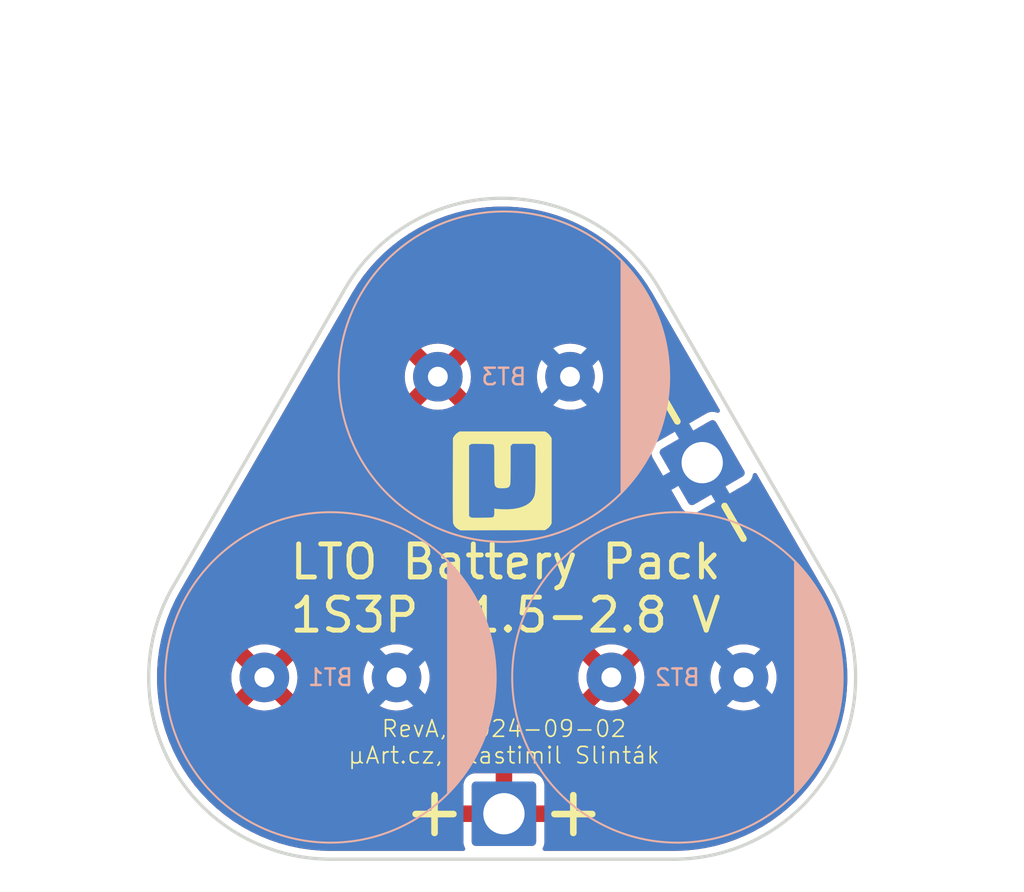
<source format=kicad_pcb>
(kicad_pcb (version 20240108) (generator "pcbnew") (generator_version "8.0")
  (title_block (title "LTO Battery Pack") (date "2024-09-02") (rev "A") (company "μArt.cz") (comment 1 "Vlastimil Slinták"))
  (layers (0 "F.Cu" signal) (31 "B.Cu" signal) (34 "B.Paste" user) (35 "F.Paste" user) (36 "B.SilkS" user "B.Silkscreen") (37 "F.SilkS" user "F.Silkscreen") (38 "B.Mask" user) (39 "F.Mask" user) (44 "Edge.Cuts" user))
  (net 0 "")
  (net 1 "VCC")
  (net 2 "GND")
  (footprint "LOGO" (layer "F.Cu") (at 151.5 97.3)
    (property "Reference" "G***" (hide yes))
    (property "Value" "LOGO" (hide yes))
    (fp_poly (pts (xy 2.709129 -2.910539) (xy 2.829495 -2.812108) (xy 2.910539 -2.70913) (xy 2.987487 -2.584669) (xy 2.987487 0) (xy 2.987487 2.584668) (xy 2.910539 2.709129) (xy 2.812143 2.82946) (xy 2.709138 2.910539) (xy 2.584685 2.987487) (xy 0.026777 2.994199) (xy -2.531132 3.000911) (xy -2.666293 2.933557) (xy -2.802318 2.840218) (xy -2.909105 2.715082) (xy -2.976102 2.57052) (xy -2.976189 2.570221) (xy -2.981196 2.527243) (xy -2.985503 2.435179) (xy -2.989112 2.293832) (xy -2.992023 2.103005) (xy -2.994239 1.8625) (xy -2.99576 1.572121) (xy -2.996589 1.231669) (xy -2.996726 0.840948) (xy -2.996172 0.39976) (xy -2.995049 -0.052854) (xy -2.98884 -2.132045) (xy -2.008609 -2.132045) (xy -2.008609 0) (xy -2.008609 2.132045) (xy -1.940099 2.185935) (xy -1.917263 2.20243) (xy -1.891646 2.215065) (xy -1.856781 2.224261) (xy -1.806202 2.230436) (xy -1.73344 2.23401) (xy -1.63203 2.235403) (xy -1.495504 2.235035) (xy -1.317395 2.233324) (xy -1.225904 2.232275) (xy -1.02834 2.229868) (xy -0.875357 2.227432) (xy -0.760692 2.224356) (xy -0.678077 2.220031) (xy -0.621247 2.213847) (xy -0.583937 2.205193) (xy -0.559882 2.193461) (xy -0.542815 2.178041) (xy -0.531651 2.1647) (xy -0.506504 2.123378) (xy -0.491548 2.067444) (xy -0.484519 1.984022) (xy -0.483083 1.888413) (xy -0.483083 1.67215) (xy -0.413163 1.687909) (xy -0.361606 1.695105) (xy -0.271517 1.703332) (xy -0.155177 1.711619) (xy -0.024868 1.718994) (xy -0.012713 1.719588) (xy 0.342342 1.72288) (xy 0.669508 1.69792) (xy 0.966086 1.645637) (xy 1.229377 1.566963) (xy 1.456681 1.462829) (xy 1.645299 1.334164) (xy 1.792532 1.1819) (xy 1.863721 1.072633) (xy 1.893491 1.016139) (xy 1.91886 0.961618) (xy 1.940179 0.904635) (xy 1.957802 0.840753) (xy 1.97208 0.765537) (xy 1.983367 0.674552) (xy 1.992015 0.563362) (xy 1.998377 0.427532) (xy 2.002806 0.262627) (xy 2.005654 0.06421) (xy 2.007274 -0.172154) (xy 2.008018 -0.4509) (xy 2.008232 -0.74485) (xy 2.008608 -2.112622) (xy 1.9462 -2.17503) (xy 1.883793 -2.237438) (xy 1.258558 -2.237438) (xy 0.633324 -2.237438) (xy 0.570916 -2.17503) (xy 0.508508 -2.112622) (xy 0.507073 -0.973679) (xy 0.506205 -0.668702) (xy 0.504387 -0.411964) (xy 0.501552 -0.200858) (xy 0.497632 -0.032781) (xy 0.49256 0.094873) (xy 0.486267 0.184709) (xy 0.478688 0.239332) (xy 0.475291 0.251873) (xy 0.436713 0.332128) (xy 0.380867 0.388345) (xy 0.299145 0.42465) (xy 0.182939 0.445169) (xy 0.055417 0.453125) (xy -0.112859 0.453352) (xy -0.239175 0.43977) (xy -0.331095 0.410104) (xy -0.396184 0.362083) (xy -0.435868 0.305501) (xy -0.447029 0.281834) (xy -0.456285 0.25339) (xy -0.463815 0.215492) (xy -0.469794 0.163461) (xy -0.474399 0.092622) (xy -0.477807 -0.001705) (xy -0.480195 -0.124197) (xy -0.48174 -0.27953) (xy -0.482618 -0.472384) (xy -0.483006 -0.707435) (xy -0.483083 -0.943884) (xy -0.483171 -1.217575) (xy -0.483554 -1.444986) (xy -0.484415 -1.630685) (xy -0.485935 -1.779242) (xy -0.488297 -1.895228) (xy -0.491682 -1.983211) (xy -0.496272 -2.047762) (xy -0.502248 -2.09345) (xy -0.509793 -2.124845) (xy -0.519089 -2.146516) (xy -0.530316 -2.163034) (xy -0.531651 -2.164701) (xy -0.547555 -2.183072) (xy -0.566054 -2.197326) (xy -0.593414 -2.208075) (xy -0.6359 -2.215926) (xy -0.699778 -2.221491) (xy -0.791314 -2.225379) (xy -0.916773 -2.2282) (xy -1.082421 -2.230563) (xy -1.225904 -2.232275) (xy -1.423991 -2.234436) (xy -1.577699 -2.235436) (xy -1.693496 -2.234856) (xy -1.777849 -2.232276) (xy -1.837224 -2.227277) (xy -1.878088 -2.219438) (xy -1.906909 -2.208342) (xy -1.930154 -2.193567) (xy -1.940099 -2.185935) (xy -2.008609 -2.132045) (xy -2.98884 -2.132045) (xy -2.987488 -2.584686) (xy -2.910539 -2.709139) (xy -2.812142 -2.829462) (xy -2.70913 -2.910539) (xy -2.584669 -2.987488) (xy 0 -2.987488) (xy 2.584668 -2.987488)) (fill solid) (layer "F.SilkS"))
  )
  (footprint "Connector_Wire:SolderWire-2sqmm_1x01_D2mm_OD3.9mm" (layer "F.Cu") (at 163.6 96.2 30)
    (property "Reference" "J2" (hide yes))
    (property "Value" "GND")
    (pad "1" thru_hole roundrect (at 0 0 30) (size 3.9 3.9) (drill 2.5) (layers "*.Cu" "*.Mask") (roundrect_rratio 0.064103) (net 2 "GND"))
  )
  (footprint "Connector_Wire:SolderWire-2sqmm_1x01_D2mm_OD3.9mm" (layer "F.Cu") (at 151.6 117.45)
    (property "Reference" "J1" (hide yes))
    (property "Value" "BATT")
    (pad "1" thru_hole roundrect (at 0 0) (size 3.9 3.9) (drill 2.5) (layers "*.Cu" "*.Mask") (roundrect_rratio 0.064103) (net 1 "VCC"))
  )
  (footprint "Parts:LTO_Battery_D19mm" (layer "B.Cu") (at 141.1 109.2 180)
    (property "Reference" "BT1" (at 0 0 0) (layer "B.SilkS") (effects (justify mirror)))
    (property "Value" "1S LTO")
    (fp_circle (center 0 0) (end 10 0) (stroke (width 0.12)) (fill none) (layer "B.SilkS"))
    (fp_poly (pts (arc (start -7.058682 7.058682) (mid -9.982484 0) (end -7.058682 -7.058682))) (fill solid) (layer "B.SilkS"))
    (pad "1" thru_hole circle (at 4 0 180) (size 3 3) (drill 1.2) (layers "*.Cu" "*.Mask") (net 1 "VCC"))
    (pad "2" thru_hole circle (at -4 0 180) (size 3 3) (drill 1.2) (layers "*.Cu" "*.Mask") (net 2 "GND"))
  )
  (footprint "Parts:LTO_Battery_D19mm" (layer "B.Cu") (at 162.1 109.2 180)
    (property "Reference" "BT2" (at 0 0 0) (layer "B.SilkS") (effects (justify mirror)))
    (property "Value" "1S LTO")
    (fp_circle (center 0 0) (end 10 0) (stroke (width 0.12)) (fill none) (layer "B.SilkS"))
    (fp_poly (pts (arc (start -7.058682 7.058682) (mid -9.982484 0) (end -7.058682 -7.058682))) (fill solid) (layer "B.SilkS"))
    (pad "1" thru_hole circle (at 4 0 180) (size 3 3) (drill 1.2) (layers "*.Cu" "*.Mask") (net 1 "VCC"))
    (pad "2" thru_hole circle (at -4 0 180) (size 3 3) (drill 1.2) (layers "*.Cu" "*.Mask") (net 2 "GND"))
  )
  (footprint "Parts:LTO_Battery_D19mm" (layer "B.Cu") (at 151.6 91 180)
    (property "Reference" "BT3" (at 0 0 0) (layer "B.SilkS") (effects (justify mirror)))
    (property "Value" "1S LTO")
    (fp_circle (center 0 0) (end 10 0) (stroke (width 0.12)) (fill none) (layer "B.SilkS"))
    (fp_poly (pts (arc (start -7.058682 7.058682) (mid -9.982484 0) (end -7.058682 -7.058682))) (fill solid) (layer "B.SilkS"))
    (pad "1" thru_hole circle (at 4 0 180) (size 3 3) (drill 1.2) (layers "*.Cu" "*.Mask") (net 1 "VCC"))
    (pad "2" thru_hole circle (at -4 0 180) (size 3 3) (drill 1.2) (layers "*.Cu" "*.Mask") (net 2 "GND"))
  )
  (gr_line (start 141.1 120.2) (end 161.884605 120.2) (stroke (width 0.2)) (layer "Edge.Cuts"))
  (gr_line (start 141.966026 85.699999) (end 131.573721 103.7) (stroke (width 0.2)) (layer "Edge.Cuts"))
  (gr_arc (start 171.410888 103.699998) (mid 171.410887 114.700003) (end 161.884605 120.2) (stroke (width 0.2)) (layer "Edge.Cuts"))
  (gr_arc (start 141.1 120.2) (mid 131.573721 114.7) (end 131.573721 103.7) (stroke (width 0.2)) (layer "Edge.Cuts"))
  (gr_line (start 171.410888 103.699998) (end 161.018583 85.699999) (stroke (width 0.2)) (layer "Edge.Cuts"))
  (gr_arc (start 141.966026 85.699999) (mid 151.492305 80.199998) (end 161.018583 85.699999) (stroke (width 0.2)) (layer "Edge.Cuts"))
  (gr_text "Rev${REVISION}, ${ISSUE_DATE}\n${COMPANY}, ${COMMENT1}" (at 151.6 114.5 0) (layer "F.SilkS") (effects (font (size 1 1) (thickness 0.1)) (justify bottom)))
  (gr_text "+" (at 155.8 119 0) (layer "F.SilkS") (effects (font (size 3 3) (thickness 0.4)) (justify bottom)))
  (gr_text "+" (at 147.4 119 0) (layer "F.SilkS") (effects (font (size 3 3) (thickness 0.4)) (justify bottom)))
  (gr_text "${TITLE}\n1S3P  1.5-2.8 V" (at 151.7 106.6 0) (layer "F.SilkS") (effects (font (size 2 2) (thickness 0.3)) (justify bottom)))
  (gr_text "-" (at 166.85 99.05 120) (layer "F.SilkS") (effects (font (size 3 3) (thickness 0.4)) (justify bottom)))
  (gr_text "-" (at 162.85 91.95 120) (layer "F.SilkS") (effects (font (size 3 3) (thickness 0.4)) (justify bottom)))
  (zone (net 1) (net_name "VCC") (layer "F.Cu") (connect_pads (clearance 0.5)) (min_thickness 0.25) (fill yes (thermal_gap 0.5) (thermal_bridge_width 1))
    (polygon (pts (xy 121.1 122.2) (xy 152.1 68.2) (xy 183.1 122.2)))
  )
  (zone (net 2) (net_name "GND") (layer "B.Cu") (priority 1) (connect_pads (clearance 0.5)) (min_thickness 0.25) (fill yes (thermal_gap 0.5) (thermal_bridge_width 1))
    (polygon (pts (xy 121.1 122.2) (xy 183.1 122.2) (xy 152.1 68.2)))
  )
)
</source>
